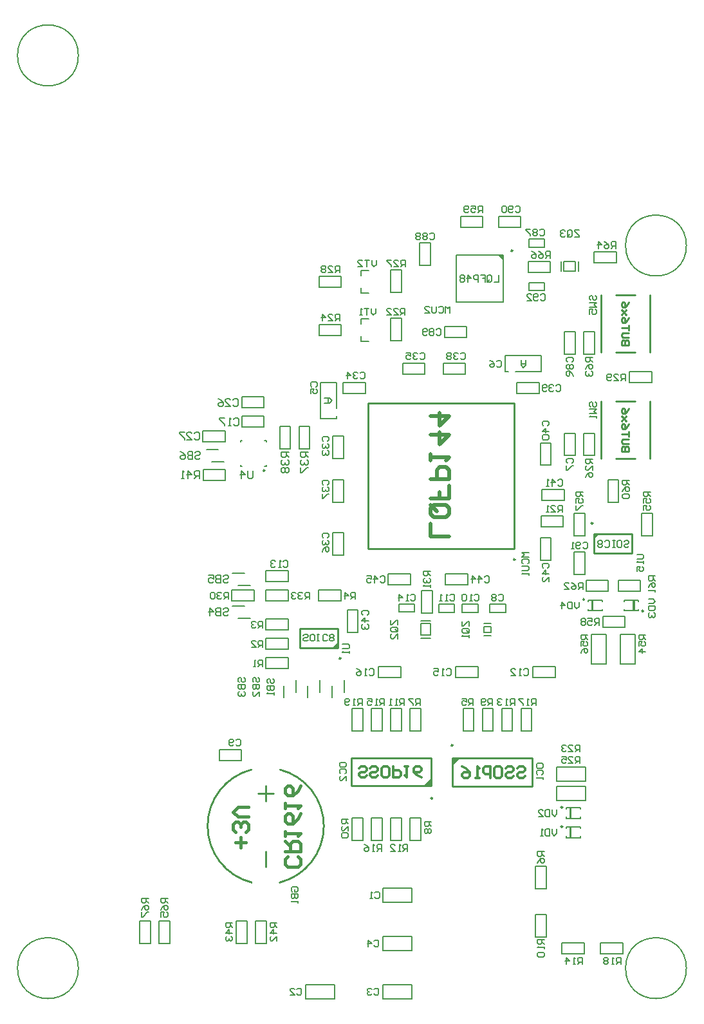
<source format=gbr>
%TF.GenerationSoftware,Altium Limited,Altium Designer,21.2.1 (34)*%
G04 Layer_Color=26472*
%FSLAX25Y25*%
%MOIN*%
%TF.SameCoordinates,3D92BD4A-1653-4209-B07E-4AD3ED082CDC*%
%TF.FilePolarity,Positive*%
%TF.FileFunction,Legend,Bot*%
%TF.Part,Single*%
G01*
G75*
%TA.AperFunction,NonConductor*%
%ADD70C,0.00787*%
%ADD71C,0.00984*%
%ADD72C,0.01000*%
%ADD73C,0.00600*%
%ADD74C,0.00591*%
%ADD75C,0.00800*%
%ADD76C,0.00799*%
%ADD77C,0.00709*%
%ADD78C,0.01968*%
%ADD79C,0.01181*%
%ADD80C,0.01575*%
G36*
X218169Y113996D02*
X214217Y113996D01*
X218169Y117949D01*
X218169Y113996D01*
D02*
G37*
G36*
X229331Y128504D02*
X233283Y128504D01*
X229331Y124551D01*
X229331Y128504D01*
D02*
G37*
G36*
X169843Y185600D02*
X167100Y185600D01*
X169843Y188342D01*
X169843Y185600D01*
D02*
G37*
G36*
X302658Y244400D02*
X305400Y244400D01*
X302658Y241657D01*
X302658Y244400D01*
D02*
G37*
G36*
X255571Y388878D02*
X255571Y386169D01*
X252861Y388878D01*
X255571Y388878D01*
D02*
G37*
D70*
X350394Y393701D02*
G03*
X350394Y393701I-15748J0D01*
G01*
X350394Y19685D02*
G03*
X350394Y19685I-15748J0D01*
G01*
X35433Y492126D02*
G03*
X35433Y492126I-15748J0D01*
G01*
Y19685D02*
G03*
X35433Y19685I-15748J0D01*
G01*
X131969Y279409D02*
X132756D01*
Y280197D01*
Y292008D02*
Y292795D01*
X131969D02*
X132756D01*
X119370D02*
X120157D01*
X119370Y292008D02*
Y292795D01*
Y279409D02*
X120157D01*
X119370D02*
Y280197D01*
X294500Y380500D02*
Y385500D01*
X287000D02*
X293000D01*
Y380500D02*
Y385500D01*
X287000Y380500D02*
X293000D01*
X287000D02*
Y385500D01*
X285500Y380500D02*
Y385500D01*
X213000Y190500D02*
X218000D01*
Y192000D02*
Y198000D01*
X213000Y192000D02*
X218000D01*
X213000D02*
Y198000D01*
X218000D01*
X213000Y199500D02*
X218000D01*
X301300Y177200D02*
X308700D01*
X301300D02*
Y192300D01*
X308700D01*
Y177200D02*
Y192300D01*
X316300Y177200D02*
X323700D01*
X316300D02*
Y192300D01*
X323700D01*
Y177200D02*
Y192300D01*
X283200Y106300D02*
X298300D01*
Y113700D01*
X283200D02*
X298300D01*
X283200Y106300D02*
Y113700D01*
Y116300D02*
X298300D01*
Y123700D01*
X283200D02*
X298300D01*
X283200Y116300D02*
Y123700D01*
X193200Y28800D02*
Y36200D01*
X208300D01*
Y28800D02*
Y36200D01*
X193200Y28800D02*
X208300D01*
X193200Y3800D02*
Y11200D01*
X208300D01*
Y3800D02*
Y11200D01*
X193200Y3800D02*
X208300D01*
X153200D02*
Y11200D01*
X168300D01*
Y3800D02*
Y11200D01*
X153200Y3800D02*
X168300D01*
X193200Y53800D02*
Y61200D01*
X208300D01*
Y53800D02*
Y61200D01*
X193200Y53800D02*
X208300D01*
X264700Y334500D02*
Y331876D01*
X266012Y330564D01*
X267324Y331876D01*
Y334500D01*
Y332532D01*
X264700D01*
X163000Y312200D02*
X165624D01*
X166936Y313512D01*
X165624Y314824D01*
X163000D01*
X164968D01*
Y312200D01*
X110624Y222312D02*
X111280Y222968D01*
X112592D01*
X113248Y222312D01*
Y221656D01*
X112592Y221000D01*
X111280D01*
X110624Y220344D01*
Y219688D01*
X111280Y219032D01*
X112592D01*
X113248Y219688D01*
X109312Y222968D02*
Y219032D01*
X107344D01*
X106688Y219688D01*
Y220344D01*
X107344Y221000D01*
X109312D01*
X107344D01*
X106688Y221656D01*
Y222312D01*
X107344Y222968D01*
X109312D01*
X102752D02*
X105376D01*
Y221000D01*
X104064Y221656D01*
X103408D01*
X102752Y221000D01*
Y219688D01*
X103408Y219032D01*
X104720D01*
X105376Y219688D01*
X110624Y205312D02*
X111280Y205968D01*
X112592D01*
X113248Y205312D01*
Y204656D01*
X112592Y204000D01*
X111280D01*
X110624Y203344D01*
Y202688D01*
X111280Y202032D01*
X112592D01*
X113248Y202688D01*
X109312Y205968D02*
Y202032D01*
X107344D01*
X106688Y202688D01*
Y203344D01*
X107344Y204000D01*
X109312D01*
X107344D01*
X106688Y204656D01*
Y205312D01*
X107344Y205968D01*
X109312D01*
X103408Y202032D02*
Y205968D01*
X105376Y204000D01*
X102752D01*
X125780Y276968D02*
Y273688D01*
X125124Y273032D01*
X123812D01*
X123156Y273688D01*
Y276968D01*
X119876Y273032D02*
Y276968D01*
X121844Y275000D01*
X119220D01*
X95966Y286312D02*
X96622Y286968D01*
X97934D01*
X98590Y286312D01*
Y285656D01*
X97934Y285000D01*
X96622D01*
X95966Y284344D01*
Y283688D01*
X96622Y283032D01*
X97934D01*
X98590Y283688D01*
X94654Y286968D02*
Y283032D01*
X92687D01*
X92031Y283688D01*
Y284344D01*
X92687Y285000D01*
X94654D01*
X92687D01*
X92031Y285656D01*
Y286312D01*
X92687Y286968D01*
X94654D01*
X88095D02*
X89407Y286312D01*
X90719Y285000D01*
Y283688D01*
X90063Y283032D01*
X88751D01*
X88095Y283688D01*
Y284344D01*
X88751Y285000D01*
X90719D01*
X98092Y273032D02*
Y276968D01*
X96124D01*
X95468Y276312D01*
Y275000D01*
X96124Y274344D01*
X98092D01*
X96780D02*
X95468Y273032D01*
X92188D02*
Y276968D01*
X94156Y275000D01*
X91532D01*
X90220Y273032D02*
X88908D01*
X89564D01*
Y276968D01*
X90220Y276312D01*
X144468Y286748D02*
X140532D01*
Y284780D01*
X141188Y284124D01*
X142500D01*
X143156Y284780D01*
Y286748D01*
Y285436D02*
X144468Y284124D01*
X141188Y282812D02*
X140532Y282156D01*
Y280844D01*
X141188Y280188D01*
X141844D01*
X142500Y280844D01*
Y281500D01*
Y280844D01*
X143156Y280188D01*
X143812D01*
X144468Y280844D01*
Y282156D01*
X143812Y282812D01*
X141188Y278876D02*
X140532Y278220D01*
Y276908D01*
X141188Y276252D01*
X141844D01*
X142500Y276908D01*
X143156Y276252D01*
X143812D01*
X144468Y276908D01*
Y278220D01*
X143812Y278876D01*
X143156D01*
X142500Y278220D01*
X141844Y278876D01*
X141188D01*
X142500Y278220D02*
Y276908D01*
X154468Y286748D02*
X150532D01*
Y284780D01*
X151188Y284124D01*
X152500D01*
X153156Y284780D01*
Y286748D01*
Y285436D02*
X154468Y284124D01*
X151188Y282812D02*
X150532Y282156D01*
Y280844D01*
X151188Y280188D01*
X151844D01*
X152500Y280844D01*
Y281500D01*
Y280844D01*
X153156Y280188D01*
X153812D01*
X154468Y280844D01*
Y282156D01*
X153812Y282812D01*
X150532Y278876D02*
Y276252D01*
X151188D01*
X153812Y278876D01*
X154468D01*
X95624Y296312D02*
X96280Y296968D01*
X97592D01*
X98248Y296312D01*
Y293688D01*
X97592Y293032D01*
X96280D01*
X95624Y293688D01*
X91688Y293032D02*
X94312D01*
X91688Y295656D01*
Y296312D01*
X92344Y296968D01*
X93656D01*
X94312Y296312D01*
X90376Y296968D02*
X87752D01*
Y296312D01*
X90376Y293688D01*
Y293032D01*
X115624Y313812D02*
X116280Y314468D01*
X117592D01*
X118248Y313812D01*
Y311188D01*
X117592Y310532D01*
X116280D01*
X115624Y311188D01*
X111688Y310532D02*
X114312D01*
X111688Y313156D01*
Y313812D01*
X112344Y314468D01*
X113656D01*
X114312Y313812D01*
X107752Y314468D02*
X109064Y313812D01*
X110376Y312500D01*
Y311188D01*
X109720Y310532D01*
X108408D01*
X107752Y311188D01*
Y311844D01*
X108408Y312500D01*
X110376D01*
X115796Y303812D02*
X116452Y304468D01*
X117764D01*
X118420Y303812D01*
Y301188D01*
X117764Y300532D01*
X116452D01*
X115796Y301188D01*
X114484Y300532D02*
X113172D01*
X113828D01*
Y304468D01*
X114484Y303812D01*
X111204Y304468D02*
X108580D01*
Y303812D01*
X111204Y301188D01*
Y300532D01*
D71*
X131968Y277244D02*
G03*
X131968Y277244I-394J0D01*
G01*
X297594Y210500D02*
G03*
X297594Y210500I-394J0D01*
G01*
X328194Y204500D02*
G03*
X328194Y204500I-394J0D01*
G01*
X286255Y103000D02*
G03*
X286255Y103000I-394J0D01*
G01*
Y93000D02*
G03*
X286255Y93000I-394J0D01*
G01*
X301894Y250000D02*
G03*
X301894Y250000I-394J0D01*
G01*
X261650Y231142D02*
G03*
X261650Y231142I-394J0D01*
G01*
X171394Y180000D02*
G03*
X171394Y180000I-394J0D01*
G01*
X218894Y107530D02*
G03*
X218894Y107530I-394J0D01*
G01*
X229394Y134970D02*
G03*
X229394Y134970I-394J0D01*
G01*
X260394Y391000D02*
G03*
X260394Y391000I-394J0D01*
G01*
X320652Y287035D02*
X316717D01*
Y289003D01*
X317372Y289659D01*
X318028D01*
X318684Y289003D01*
Y287035D01*
Y289003D01*
X319340Y289659D01*
X319996D01*
X320652Y289003D01*
Y287035D01*
Y290971D02*
X317372D01*
X316717Y291627D01*
Y292939D01*
X317372Y293595D01*
X320652D01*
Y294907D02*
Y297531D01*
Y296219D01*
X316717D01*
X320652Y301466D02*
X319996Y300155D01*
X318684Y298843D01*
X317372D01*
X316717Y299499D01*
Y300811D01*
X317372Y301466D01*
X318028D01*
X318684Y300811D01*
Y298843D01*
X319340Y302778D02*
X316717Y305402D01*
X318028Y304090D01*
X319340Y305402D01*
X316717Y302778D01*
X320652Y309338D02*
X319996Y308026D01*
X318684Y306714D01*
X317372D01*
X316717Y307370D01*
Y308682D01*
X317372Y309338D01*
X318028D01*
X318684Y308682D01*
Y306714D01*
X320652Y342035D02*
X316717D01*
Y344003D01*
X317372Y344659D01*
X318028D01*
X318684Y344003D01*
Y342035D01*
Y344003D01*
X319340Y344659D01*
X319996D01*
X320652Y344003D01*
Y342035D01*
Y345971D02*
X317372D01*
X316717Y346627D01*
Y347939D01*
X317372Y348595D01*
X320652D01*
Y349907D02*
Y352531D01*
Y351219D01*
X316717D01*
X320652Y356467D02*
X319996Y355155D01*
X318684Y353843D01*
X317372D01*
X316717Y354499D01*
Y355810D01*
X317372Y356467D01*
X318028D01*
X318684Y355810D01*
Y353843D01*
X319340Y357778D02*
X316717Y360402D01*
X318028Y359090D01*
X319340Y360402D01*
X316717Y357778D01*
X320652Y364338D02*
X319996Y363026D01*
X318684Y361714D01*
X317372D01*
X316717Y362370D01*
Y363682D01*
X317372Y364338D01*
X318028D01*
X318684Y363682D01*
Y361714D01*
D72*
X125199Y122453D02*
G03*
X125199Y64043I7301J-29205D01*
G01*
X139801D02*
G03*
X139801Y122453I-7301J29205D01*
G01*
X331654Y283504D02*
Y313031D01*
X313937D02*
X323780D01*
X306063Y283504D02*
Y313031D01*
X313937Y283504D02*
X323780D01*
X322343Y234400D02*
Y244400D01*
X302657Y234400D02*
Y244400D01*
Y234400D02*
X322343D01*
X302657Y244400D02*
X322343D01*
X302657Y243000D02*
Y243057D01*
Y241000D02*
Y242057D01*
X185512Y236654D02*
X261102D01*
X185512Y312244D02*
X261102D01*
Y236654D02*
Y312244D01*
X185512Y236654D02*
Y312244D01*
X150157Y185600D02*
Y195600D01*
X169843Y185600D02*
Y195600D01*
X150157D02*
X169843D01*
X150157Y185600D02*
X169843D01*
Y186943D02*
Y187000D01*
Y187943D02*
Y189000D01*
X331654Y338504D02*
Y368031D01*
X313937D02*
X323780D01*
X306063Y338504D02*
Y368031D01*
X313937Y338504D02*
X323780D01*
X176831Y113996D02*
Y128563D01*
X218169Y113996D02*
Y128563D01*
X176831D02*
X218169D01*
X176831Y113996D02*
X218169D01*
X229331Y128504D02*
X270669D01*
X229331Y113937D02*
X270669D01*
X229331D02*
Y128504D01*
X270669Y113937D02*
Y128504D01*
X128500Y110248D02*
X136500D01*
X132500Y72248D02*
Y80248D01*
Y106248D02*
Y114248D01*
D73*
X118075Y217850D02*
X124374D01*
X115319Y224150D02*
X121618D01*
X118075Y200850D02*
X124374D01*
X115319Y207150D02*
X121618D01*
X101713Y288150D02*
X108012D01*
X104469Y281850D02*
X110768D01*
X181909Y380906D02*
X185846D01*
X181909Y378056D02*
Y380906D01*
Y369094D02*
X185846D01*
X181909D02*
Y371944D01*
X181909Y355905D02*
X185846D01*
X181909Y353056D02*
Y355905D01*
Y344094D02*
X185846D01*
X181909D02*
Y346944D01*
X148150Y162382D02*
Y168681D01*
X141850Y159626D02*
Y165925D01*
X154350Y159626D02*
Y165925D01*
X160650Y162382D02*
Y168681D01*
X173150Y162382D02*
Y168681D01*
X166850Y159626D02*
Y165925D01*
D74*
X100039Y277800D02*
X111594D01*
X100039Y272200D02*
Y277800D01*
Y272200D02*
X111594D01*
Y277800D01*
X145300Y288406D02*
Y299961D01*
X139700D02*
X145300D01*
X139700Y288406D02*
Y299961D01*
Y288406D02*
X145300D01*
X155300D02*
Y299961D01*
X149700D02*
X155300D01*
X149700Y288406D02*
Y299961D01*
Y288406D02*
X155300D01*
X100000Y292200D02*
Y297800D01*
X111555D01*
Y292200D02*
Y297800D01*
X100000Y292200D02*
X111555D01*
X131594Y309700D02*
Y315300D01*
X120039Y309700D02*
X131594D01*
X120039D02*
Y315300D01*
X131594D01*
Y299700D02*
Y305300D01*
X120039Y299700D02*
X131594D01*
X120039D02*
Y305300D01*
X131594D01*
X144094Y219700D02*
Y225300D01*
X132539Y219700D02*
X144094D01*
X132539D02*
Y225300D01*
X144094D01*
X72799Y32510D02*
Y44065D01*
X67199D02*
X72799D01*
X67199Y32510D02*
Y44065D01*
Y32510D02*
X72799D01*
X268406Y379700D02*
Y385300D01*
X279961D01*
Y379700D02*
Y385300D01*
X268406Y379700D02*
X279961D01*
X82801Y32510D02*
Y44065D01*
X77201D02*
X82801D01*
X77201Y32510D02*
Y44065D01*
Y32510D02*
X82801D01*
X314095Y384700D02*
Y390300D01*
X302539Y384700D02*
X314095D01*
X302539D02*
Y390300D01*
X314095D01*
X297201Y337510D02*
X302801D01*
X297201D02*
Y349065D01*
X302801D01*
Y337510D02*
Y349065D01*
X298406Y214700D02*
X309961D01*
Y220300D01*
X298406D02*
X309961D01*
X298406Y214700D02*
Y220300D01*
X315039D02*
X326594D01*
X315039Y214700D02*
Y220300D01*
Y214700D02*
X326594D01*
Y220300D01*
X309699Y260935D02*
Y272490D01*
Y260935D02*
X315299D01*
Y272490D01*
X309699D02*
X315299D01*
X233406Y403200D02*
X244961D01*
Y408800D01*
X233406D02*
X244961D01*
X233406Y403200D02*
Y408800D01*
X307039Y201800D02*
X318594D01*
X307039Y196200D02*
Y201800D01*
Y196200D02*
X318594D01*
Y201800D01*
X292199Y243435D02*
Y254990D01*
Y243435D02*
X297799D01*
Y254990D01*
X292199D02*
X297799D01*
X327199Y243435D02*
Y254990D01*
Y243435D02*
X332799D01*
Y254990D01*
X327199D02*
X332799D01*
X122799Y32510D02*
Y44065D01*
X117199D02*
X122799D01*
X117199Y32510D02*
Y44065D01*
Y32510D02*
X122799D01*
X132799D02*
Y44065D01*
X127199D02*
X132799D01*
X127199Y32510D02*
Y44065D01*
Y32510D02*
X132799D01*
X320906Y322700D02*
Y328300D01*
X332461D01*
Y322700D02*
Y328300D01*
X320906Y322700D02*
X332461D01*
X144094Y209700D02*
Y215300D01*
X132539Y209700D02*
X144094D01*
X132539D02*
Y215300D01*
X144094D01*
X213200Y215094D02*
X218800D01*
Y203539D02*
Y215094D01*
X213200Y203539D02*
X218800D01*
X213200D02*
Y215094D01*
X115000Y209700D02*
Y215300D01*
X126555D01*
Y209700D02*
Y215300D01*
X115000Y209700D02*
X126555D01*
X171594Y372200D02*
Y377800D01*
X160039Y372200D02*
X171594D01*
X160039D02*
Y377800D01*
X171594D01*
X197200Y369406D02*
X202800D01*
X197200D02*
Y380961D01*
X202800D01*
Y369406D02*
Y380961D01*
X171594Y347200D02*
Y352800D01*
X160039Y347200D02*
X171594D01*
X160039D02*
Y352800D01*
X171594D01*
X197200Y344406D02*
X202800D01*
X197200D02*
Y355961D01*
X202800D01*
Y344406D02*
Y355961D01*
X302800Y285000D02*
Y296555D01*
X297200D02*
X302800D01*
X297200Y285000D02*
Y296555D01*
Y285000D02*
X302800D01*
X286594Y248200D02*
Y253800D01*
X275039Y248200D02*
X286594D01*
X275039D02*
Y253800D01*
X286594D01*
X177199Y97490D02*
X182799D01*
Y85935D02*
Y97490D01*
X177199Y85935D02*
X182799D01*
X177199D02*
Y97490D01*
X177200Y154095D02*
X182800D01*
Y142539D02*
Y154095D01*
X177200Y142539D02*
X182800D01*
X177200D02*
Y154095D01*
X317500Y27200D02*
Y32800D01*
X305945Y27200D02*
X317500D01*
X305945D02*
Y32800D01*
X317500D01*
X264700Y154094D02*
X270300D01*
Y142539D02*
Y154094D01*
X264700Y142539D02*
X270300D01*
X264700D02*
Y154094D01*
X187199Y97490D02*
X192799D01*
Y85935D02*
Y97490D01*
X187199Y85935D02*
X192799D01*
X187199D02*
Y97490D01*
X187200Y154095D02*
X192800D01*
Y142539D02*
Y154095D01*
X187200Y142539D02*
X192800D01*
X187200D02*
Y154095D01*
X297490Y27201D02*
Y32801D01*
X285935Y27201D02*
X297490D01*
X285935D02*
Y32801D01*
X297490D01*
X254700Y154094D02*
X260300D01*
Y142539D02*
Y154094D01*
X254700Y142539D02*
X260300D01*
X254700D02*
Y154094D01*
X197199Y97490D02*
X202799D01*
Y85935D02*
Y97490D01*
X197199Y85935D02*
X202799D01*
X197199D02*
Y97490D01*
X197200Y154095D02*
X202800D01*
Y142539D02*
Y154095D01*
X197200Y142539D02*
X202800D01*
X197200D02*
Y154095D01*
X272199Y47490D02*
X277799D01*
Y35935D02*
Y47490D01*
X272199Y35935D02*
X277799D01*
X272199D02*
Y47490D01*
X244700Y154094D02*
X250300D01*
Y142539D02*
Y154094D01*
X244700Y142539D02*
X250300D01*
X244700D02*
Y154094D01*
X207200Y97500D02*
X212800D01*
Y85945D02*
Y97500D01*
X207200Y85945D02*
X212800D01*
X207200D02*
Y97500D01*
Y154095D02*
X212800D01*
Y142539D02*
Y154095D01*
X207200Y142539D02*
X212800D01*
X207200D02*
Y154095D01*
X272199Y72490D02*
X277799D01*
Y60935D02*
Y72490D01*
X272199Y60935D02*
X277799D01*
X272199D02*
Y72490D01*
X234700Y154094D02*
X240300D01*
Y142539D02*
Y154094D01*
X234700Y142539D02*
X240300D01*
X234700D02*
Y154094D01*
X160000Y209700D02*
X171555D01*
Y215300D01*
X160000D02*
X171555D01*
X160000Y209700D02*
Y215300D01*
X132539Y200300D02*
X144094D01*
X132539Y194700D02*
Y200300D01*
Y194700D02*
X144094D01*
Y200300D01*
Y184700D02*
Y190300D01*
X132539Y184700D02*
X144094D01*
X132539D02*
Y190300D01*
X144094D01*
Y174700D02*
Y180300D01*
X132539Y174700D02*
X144094D01*
X132539D02*
Y180300D01*
X144094D01*
X268800Y374600D02*
X276900D01*
X268800Y370400D02*
Y374600D01*
Y370400D02*
X276900D01*
Y374600D01*
X292200Y223406D02*
X297800D01*
X292200D02*
Y234961D01*
X297800D01*
Y223406D02*
Y234961D01*
X264594Y403200D02*
Y408800D01*
X253039Y403200D02*
X264594D01*
X253039D02*
Y408800D01*
X264594D01*
X236594Y346200D02*
Y351800D01*
X225039Y346200D02*
X236594D01*
X225039D02*
Y351800D01*
X236594D01*
X212200Y383406D02*
X217800D01*
X212200D02*
Y394961D01*
X217800D01*
Y383406D02*
Y394961D01*
X268800Y397100D02*
X276900D01*
X268800Y392900D02*
Y397100D01*
Y392900D02*
X276900D01*
Y397100D01*
X287200Y349094D02*
X292800D01*
Y337539D02*
Y349094D01*
X287200Y337539D02*
X292800D01*
X287200D02*
Y349094D01*
X190945Y175800D02*
X202500D01*
X190945Y170200D02*
Y175800D01*
Y170200D02*
X202500D01*
Y175800D01*
X195906Y218200D02*
Y223800D01*
X207461D01*
Y218200D02*
Y223800D01*
X195906Y218200D02*
X207461D01*
X237094D02*
Y223800D01*
X225539Y218200D02*
X237094D01*
X225539D02*
Y223800D01*
X237094D01*
X174700Y193406D02*
X180300D01*
X174700D02*
Y204961D01*
X180300D01*
Y193406D02*
Y204961D01*
X274700Y230906D02*
X280300D01*
X274700D02*
Y242461D01*
X280300D01*
Y230906D02*
Y242461D01*
X287094Y261700D02*
Y267300D01*
X275539Y261700D02*
X287094D01*
X275539D02*
Y267300D01*
X287094D01*
X274700Y291594D02*
X280300D01*
Y280039D02*
Y291594D01*
X274700Y280039D02*
X280300D01*
X274700D02*
Y291594D01*
X274094Y317200D02*
Y322800D01*
X262539Y317200D02*
X274094D01*
X262539D02*
Y322800D01*
X274094D01*
X224406Y327200D02*
Y332800D01*
X235961D01*
Y327200D02*
Y332800D01*
X224406Y327200D02*
X235961D01*
X167200Y260906D02*
X172800D01*
X167200D02*
Y272461D01*
X172800D01*
Y260906D02*
Y272461D01*
X167200Y233406D02*
X172800D01*
X167200D02*
Y244961D01*
X172800D01*
Y233406D02*
Y244961D01*
X203406Y327200D02*
Y332800D01*
X214961D01*
Y327200D02*
Y332800D01*
X203406Y327200D02*
X214961D01*
X172500Y317200D02*
Y322800D01*
X184055D01*
Y317200D02*
Y322800D01*
X172500Y317200D02*
X184055D01*
X167200Y283406D02*
X172800D01*
X167200D02*
Y294961D01*
X172800D01*
Y283406D02*
Y294961D01*
X230945Y175800D02*
X242500D01*
X230945Y170200D02*
Y175800D01*
Y170200D02*
X242500D01*
Y175800D01*
X270945D02*
X282500D01*
X270945Y170200D02*
Y175800D01*
Y170200D02*
X282500D01*
Y175800D01*
X201556Y208242D02*
X209656D01*
X201556Y204042D02*
Y208242D01*
Y204042D02*
X209656D01*
Y208242D01*
X222100Y203900D02*
Y208100D01*
X230200D01*
Y203900D02*
Y208100D01*
X222100Y203900D02*
X230200D01*
X234300Y208100D02*
X242400D01*
X234300Y203900D02*
Y208100D01*
Y203900D02*
X242400D01*
Y208100D01*
X120000Y127200D02*
Y132800D01*
X108445Y127200D02*
X120000D01*
X108445D02*
Y132800D01*
X120000D01*
X248600Y203900D02*
X256700D01*
Y208100D01*
X248600D02*
X256700D01*
X248600Y203900D02*
Y208100D01*
X287200Y285039D02*
Y296594D01*
Y285039D02*
X292800D01*
Y296594D01*
X287200D02*
X292800D01*
D75*
X245650Y198150D02*
X249193D01*
X245650Y191850D02*
X249193D01*
Y193425D02*
Y196575D01*
X245650D02*
X249193D01*
X245650Y193425D02*
X249193D01*
X245650D02*
Y196575D01*
D76*
X299626Y204744D02*
Y205526D01*
X306713Y204744D02*
Y205526D01*
X299626Y209474D02*
Y210256D01*
X306713Y209474D02*
Y210256D01*
X299626Y204744D02*
X306713D01*
X299626Y210256D02*
X306713D01*
X301594Y204744D02*
Y210256D01*
X301988Y204744D02*
Y210256D01*
X325374Y209474D02*
Y210256D01*
X318287Y209474D02*
Y210256D01*
X325374Y204744D02*
Y205526D01*
X318287Y204744D02*
Y205526D01*
Y210256D02*
X325374D01*
X318287Y204744D02*
X325374D01*
X323406D02*
Y210256D01*
X323012Y204744D02*
Y210256D01*
X290650Y97244D02*
Y102756D01*
X290256Y97244D02*
Y102756D01*
X288287D02*
X295374D01*
X288287Y97244D02*
X295374D01*
Y101974D02*
Y102756D01*
X288287Y101974D02*
Y102756D01*
X295374Y97244D02*
Y98026D01*
X288287Y97244D02*
Y98026D01*
Y87244D02*
Y88026D01*
X295374Y87244D02*
Y88026D01*
X288287Y91974D02*
Y92756D01*
X295374Y91974D02*
Y92756D01*
X288287Y87244D02*
X295374D01*
X288287Y92756D02*
X295374D01*
X290256Y87244D02*
Y92756D01*
X290650Y87244D02*
Y92756D01*
X231161Y364469D02*
X255571D01*
X231161Y388878D02*
X255571D01*
X231161Y364469D02*
Y388878D01*
X255571Y364469D02*
Y388878D01*
X275354Y328366D02*
Y329941D01*
Y336634D01*
X256457D02*
X275354D01*
X256457Y328366D02*
Y336634D01*
Y328366D02*
X258031D01*
X261968D02*
X275354D01*
X167559Y322854D02*
X169134D01*
X160866D02*
X167559D01*
X160866Y303957D02*
Y322854D01*
Y303957D02*
X169134D01*
Y305532D01*
Y309469D02*
Y322854D01*
D77*
X253157Y378424D02*
Y374882D01*
X250796D01*
X247254Y375472D02*
Y377834D01*
X247844Y378424D01*
X249025D01*
X249615Y377834D01*
Y375472D01*
X249025Y374882D01*
X247844D01*
X248435Y376063D02*
X247254Y374882D01*
X247844D02*
X247254Y375472D01*
X243712Y378424D02*
X246073D01*
Y376653D01*
X244892D01*
X246073D01*
Y374882D01*
X242531D02*
Y378424D01*
X240760D01*
X240170Y377834D01*
Y376653D01*
X240760Y376063D01*
X242531D01*
X237218Y374882D02*
Y378424D01*
X238989Y376653D01*
X236627D01*
X235447Y377834D02*
X234856Y378424D01*
X233676D01*
X233085Y377834D01*
Y377243D01*
X233676Y376653D01*
X233085Y376063D01*
Y375472D01*
X233676Y374882D01*
X234856D01*
X235447Y375472D01*
Y376063D01*
X234856Y376653D01*
X235447Y377243D01*
Y377834D01*
X234856Y376653D02*
X233676D01*
X318139Y240452D02*
X318729Y241042D01*
X319910D01*
X320500Y240452D01*
Y239861D01*
X319910Y239271D01*
X318729D01*
X318139Y238681D01*
Y238090D01*
X318729Y237500D01*
X319910D01*
X320500Y238090D01*
X315187Y241042D02*
X316368D01*
X316958Y240452D01*
Y238090D01*
X316368Y237500D01*
X315187D01*
X314596Y238090D01*
Y240452D01*
X315187Y241042D01*
X313416D02*
X312235D01*
X312825D01*
Y237500D01*
X313416D01*
X312235D01*
X308102Y240452D02*
X308693Y241042D01*
X309874D01*
X310464Y240452D01*
Y238090D01*
X309874Y237500D01*
X308693D01*
X308102Y238090D01*
X306922Y240452D02*
X306331Y241042D01*
X305151D01*
X304560Y240452D01*
Y239861D01*
X305151Y239271D01*
X304560Y238681D01*
Y238090D01*
X305151Y237500D01*
X306331D01*
X306922Y238090D01*
Y238681D01*
X306331Y239271D01*
X306922Y239861D01*
Y240452D01*
X306331Y239271D02*
X305151D01*
X154361Y189548D02*
X153771Y188958D01*
X152590D01*
X152000Y189548D01*
Y190139D01*
X152590Y190729D01*
X153771D01*
X154361Y191319D01*
Y191910D01*
X153771Y192500D01*
X152590D01*
X152000Y191910D01*
X157313Y188958D02*
X156132D01*
X155542Y189548D01*
Y191910D01*
X156132Y192500D01*
X157313D01*
X157904Y191910D01*
Y189548D01*
X157313Y188958D01*
X159084D02*
X160265D01*
X159675D01*
Y192500D01*
X159084D01*
X160265D01*
X164398Y189548D02*
X163807Y188958D01*
X162627D01*
X162036Y189548D01*
Y191910D01*
X162627Y192500D01*
X163807D01*
X164398Y191910D01*
X165578Y189548D02*
X166169Y188958D01*
X167349D01*
X167940Y189548D01*
Y190139D01*
X167349Y190729D01*
X167940Y191319D01*
Y191910D01*
X167349Y192500D01*
X166169D01*
X165578Y191910D01*
Y191319D01*
X166169Y190729D01*
X165578Y190139D01*
Y189548D01*
X166169Y190729D02*
X167349D01*
X141566Y230181D02*
X142157Y230771D01*
X143337D01*
X143928Y230181D01*
Y227819D01*
X143337Y227229D01*
X142157D01*
X141566Y227819D01*
X140385Y227229D02*
X139205D01*
X139795D01*
Y230771D01*
X140385Y230181D01*
X137434D02*
X136843Y230771D01*
X135663D01*
X135072Y230181D01*
Y229590D01*
X135663Y229000D01*
X136253D01*
X135663D01*
X135072Y228410D01*
Y227819D01*
X135663Y227229D01*
X136843D01*
X137434Y227819D01*
X294723Y401771D02*
X292361D01*
Y401181D01*
X294723Y398819D01*
Y398229D01*
X292361D01*
X288819Y398819D02*
Y401181D01*
X289410Y401771D01*
X290590D01*
X291181Y401181D01*
Y398819D01*
X290590Y398229D01*
X289410D01*
X290000Y399410D02*
X288819Y398229D01*
X289410D02*
X288819Y398819D01*
X287639Y401181D02*
X287048Y401771D01*
X285868D01*
X285277Y401181D01*
Y400590D01*
X285868Y400000D01*
X286458D01*
X285868D01*
X285277Y399410D01*
Y398819D01*
X285868Y398229D01*
X287048D01*
X287639Y398819D01*
X197229Y199723D02*
Y197361D01*
X197819D01*
X200181Y199723D01*
X200771D01*
Y197361D01*
X200181Y193819D02*
X197819D01*
X197229Y194410D01*
Y195590D01*
X197819Y196181D01*
X200181D01*
X200771Y195590D01*
Y194410D01*
X199590Y195000D02*
X200771Y193819D01*
Y194410D02*
X200181Y193819D01*
X200771Y190277D02*
Y192639D01*
X198410Y190277D01*
X197819D01*
X197229Y190867D01*
Y192048D01*
X197819Y192639D01*
X234229Y199133D02*
Y196771D01*
X234819D01*
X237181Y199133D01*
X237771D01*
Y196771D01*
X237181Y193229D02*
X234819D01*
X234229Y193819D01*
Y195000D01*
X234819Y195590D01*
X237181D01*
X237771Y195000D01*
Y193819D01*
X236590Y194410D02*
X237771Y193229D01*
Y193819D02*
X237181Y193229D01*
X237771Y192048D02*
Y190867D01*
Y191458D01*
X234229D01*
X234819Y192048D01*
X189723Y386271D02*
Y383910D01*
X188542Y382729D01*
X187361Y383910D01*
Y386271D01*
X186181D02*
X183819D01*
X185000D01*
Y382729D01*
X180277D02*
X182639D01*
X180277Y385090D01*
Y385681D01*
X180868Y386271D01*
X182048D01*
X182639Y385681D01*
X189528Y361272D02*
Y358910D01*
X188347Y357730D01*
X187167Y358910D01*
Y361272D01*
X185986D02*
X183624D01*
X184805D01*
Y357730D01*
X182444D02*
X181263D01*
X181853D01*
Y361272D01*
X182444Y360681D01*
X294723Y209271D02*
Y206910D01*
X293542Y205729D01*
X292361Y206910D01*
Y209271D01*
X291181D02*
Y205729D01*
X289410D01*
X288819Y206319D01*
Y208681D01*
X289410Y209271D01*
X291181D01*
X285868Y205729D02*
Y209271D01*
X287639Y207500D01*
X285277D01*
X330729Y210723D02*
X333090D01*
X334271Y209542D01*
X333090Y208361D01*
X330729D01*
Y207181D02*
X334271D01*
Y205410D01*
X333681Y204819D01*
X331319D01*
X330729Y205410D01*
Y207181D01*
X331319Y203639D02*
X330729Y203048D01*
Y201868D01*
X331319Y201277D01*
X331910D01*
X332500Y201868D01*
Y202458D01*
Y201868D01*
X333090Y201277D01*
X333681D01*
X334271Y201868D01*
Y203048D01*
X333681Y203639D01*
X283223Y101771D02*
Y99410D01*
X282042Y98229D01*
X280861Y99410D01*
Y101771D01*
X279681D02*
Y98229D01*
X277910D01*
X277319Y98819D01*
Y101181D01*
X277910Y101771D01*
X279681D01*
X273777Y98229D02*
X276139D01*
X273777Y100590D01*
Y101181D01*
X274367Y101771D01*
X275548D01*
X276139Y101181D01*
X283133Y91771D02*
Y89410D01*
X281952Y88229D01*
X280771Y89410D01*
Y91771D01*
X279590D02*
Y88229D01*
X277819D01*
X277229Y88819D01*
Y91181D01*
X277819Y91771D01*
X279590D01*
X276048Y88229D02*
X274868D01*
X275458D01*
Y91771D01*
X276048Y91181D01*
X324729Y233928D02*
X327681D01*
X328271Y233337D01*
Y232157D01*
X327681Y231566D01*
X324729D01*
X328271Y230385D02*
Y229205D01*
Y229795D01*
X324729D01*
X325319Y230385D01*
X324729Y225072D02*
Y227434D01*
X326500D01*
X325910Y226253D01*
Y225663D01*
X326500Y225072D01*
X327681D01*
X328271Y225663D01*
Y226843D01*
X327681Y227434D01*
X268771Y234904D02*
X265229D01*
X266410Y233723D01*
X265229Y232542D01*
X268771D01*
X265819Y229000D02*
X265229Y229590D01*
Y230771D01*
X265819Y231361D01*
X268181D01*
X268771Y230771D01*
Y229590D01*
X268181Y229000D01*
X265229Y227819D02*
X268181D01*
X268771Y227229D01*
Y226048D01*
X268181Y225458D01*
X265229D01*
X268771Y224277D02*
Y223096D01*
Y223687D01*
X265229D01*
X265819Y224277D01*
X172229Y187361D02*
X175181D01*
X175771Y186771D01*
Y185590D01*
X175181Y185000D01*
X172229D01*
X175771Y183819D02*
Y182639D01*
Y183229D01*
X172229D01*
X172819Y183819D01*
X300819Y365361D02*
X300229Y365952D01*
Y367132D01*
X300819Y367723D01*
X301410D01*
X302000Y367132D01*
Y365952D01*
X302590Y365361D01*
X303181D01*
X303771Y365952D01*
Y367132D01*
X303181Y367723D01*
X300229Y364181D02*
X303771D01*
X302590Y363000D01*
X303771Y361819D01*
X300229D01*
Y358277D02*
Y360639D01*
X302000D01*
X301410Y359458D01*
Y358868D01*
X302000Y358277D01*
X303181D01*
X303771Y358868D01*
Y360048D01*
X303181Y360639D01*
X300819Y310271D02*
X300229Y310861D01*
Y312042D01*
X300819Y312632D01*
X301410D01*
X302000Y312042D01*
Y310861D01*
X302590Y310271D01*
X303181D01*
X303771Y310861D01*
Y312042D01*
X303181Y312632D01*
X300229Y309090D02*
X303771D01*
X302590Y307910D01*
X303771Y306729D01*
X300229D01*
X303771Y305548D02*
Y304367D01*
Y304958D01*
X300229D01*
X300819Y305548D01*
X118819Y167617D02*
X118229Y168208D01*
Y169388D01*
X118819Y169979D01*
X119410D01*
X120000Y169388D01*
Y168208D01*
X120590Y167617D01*
X121181D01*
X121771Y168208D01*
Y169388D01*
X121181Y169979D01*
X118229Y166437D02*
X121771D01*
Y164665D01*
X121181Y164075D01*
X120590D01*
X120000Y164665D01*
Y166437D01*
Y164665D01*
X119410Y164075D01*
X118819D01*
X118229Y164665D01*
Y166437D01*
X118819Y162894D02*
X118229Y162304D01*
Y161123D01*
X118819Y160533D01*
X119410D01*
X120000Y161123D01*
Y161714D01*
Y161123D01*
X120590Y160533D01*
X121181D01*
X121771Y161123D01*
Y162304D01*
X121181Y162894D01*
X126319Y167617D02*
X125729Y168208D01*
Y169388D01*
X126319Y169979D01*
X126910D01*
X127500Y169388D01*
Y168208D01*
X128090Y167617D01*
X128681D01*
X129271Y168208D01*
Y169388D01*
X128681Y169979D01*
X125729Y166437D02*
X129271D01*
Y164665D01*
X128681Y164075D01*
X128090D01*
X127500Y164665D01*
Y166437D01*
Y164665D01*
X126910Y164075D01*
X126319D01*
X125729Y164665D01*
Y166437D01*
X129271Y160533D02*
Y162894D01*
X126910Y160533D01*
X126319D01*
X125729Y161123D01*
Y162304D01*
X126319Y162894D01*
X133819Y167027D02*
X133229Y167617D01*
Y168798D01*
X133819Y169388D01*
X134410D01*
X135000Y168798D01*
Y167617D01*
X135590Y167027D01*
X136181D01*
X136771Y167617D01*
Y168798D01*
X136181Y169388D01*
X133229Y165846D02*
X136771D01*
Y164075D01*
X136181Y163485D01*
X135590D01*
X135000Y164075D01*
Y165846D01*
Y164075D01*
X134410Y163485D01*
X133819D01*
X133229Y164075D01*
Y165846D01*
X136771Y162304D02*
Y161123D01*
Y161714D01*
X133229D01*
X133819Y162304D01*
X71771Y55723D02*
X68229D01*
Y53952D01*
X68819Y53361D01*
X70000D01*
X70590Y53952D01*
Y55723D01*
Y54542D02*
X71771Y53361D01*
X68229Y49819D02*
X68819Y51000D01*
X70000Y52181D01*
X71181D01*
X71771Y51590D01*
Y50410D01*
X71181Y49819D01*
X70590D01*
X70000Y50410D01*
Y52181D01*
X68229Y48639D02*
Y46277D01*
X68819D01*
X71181Y48639D01*
X71771D01*
X279723Y387229D02*
Y390771D01*
X277952D01*
X277361Y390181D01*
Y389000D01*
X277952Y388410D01*
X279723D01*
X278542D02*
X277361Y387229D01*
X273819Y390771D02*
X275000Y390181D01*
X276181Y389000D01*
Y387819D01*
X275590Y387229D01*
X274410D01*
X273819Y387819D01*
Y388410D01*
X274410Y389000D01*
X276181D01*
X270277Y390771D02*
X271458Y390181D01*
X272639Y389000D01*
Y387819D01*
X272048Y387229D01*
X270867D01*
X270277Y387819D01*
Y388410D01*
X270867Y389000D01*
X272639D01*
X81772Y55723D02*
X78230D01*
Y53952D01*
X78821Y53361D01*
X80001D01*
X80592Y53952D01*
Y55723D01*
Y54542D02*
X81772Y53361D01*
X78230Y49819D02*
X78821Y51000D01*
X80001Y52181D01*
X81182D01*
X81772Y51590D01*
Y50410D01*
X81182Y49819D01*
X80592D01*
X80001Y50410D01*
Y52181D01*
X78230Y46277D02*
Y48639D01*
X80001D01*
X79411Y47458D01*
Y46867D01*
X80001Y46277D01*
X81182D01*
X81772Y46867D01*
Y48048D01*
X81182Y48639D01*
X313723Y392229D02*
Y395771D01*
X311952D01*
X311361Y395181D01*
Y394000D01*
X311952Y393410D01*
X313723D01*
X312542D02*
X311361Y392229D01*
X307819Y395771D02*
X309000Y395181D01*
X310181Y394000D01*
Y392819D01*
X309590Y392229D01*
X308410D01*
X307819Y392819D01*
Y393410D01*
X308410Y394000D01*
X310181D01*
X304868Y392229D02*
Y395771D01*
X306639Y394000D01*
X304277D01*
X301771Y335723D02*
X298229D01*
Y333952D01*
X298819Y333361D01*
X300000D01*
X300590Y333952D01*
Y335723D01*
Y334542D02*
X301771Y333361D01*
X298229Y329819D02*
X298819Y331000D01*
X300000Y332181D01*
X301181D01*
X301771Y331590D01*
Y330410D01*
X301181Y329819D01*
X300590D01*
X300000Y330410D01*
Y332181D01*
X298819Y328639D02*
X298229Y328048D01*
Y326868D01*
X298819Y326277D01*
X299410D01*
X300000Y326868D01*
Y327458D01*
Y326868D01*
X300590Y326277D01*
X301181D01*
X301771Y326868D01*
Y328048D01*
X301181Y328639D01*
X296723Y215729D02*
Y219271D01*
X294952D01*
X294361Y218681D01*
Y217500D01*
X294952Y216910D01*
X296723D01*
X295542D02*
X294361Y215729D01*
X290819Y219271D02*
X292000Y218681D01*
X293181Y217500D01*
Y216319D01*
X292590Y215729D01*
X291410D01*
X290819Y216319D01*
Y216910D01*
X291410Y217500D01*
X293181D01*
X287277Y215729D02*
X289639D01*
X287277Y218090D01*
Y218681D01*
X287867Y219271D01*
X289048D01*
X289639Y218681D01*
X334271Y222633D02*
X330729D01*
Y220861D01*
X331319Y220271D01*
X332500D01*
X333090Y220861D01*
Y222633D01*
Y221452D02*
X334271Y220271D01*
X330729Y216729D02*
X331319Y217910D01*
X332500Y219090D01*
X333681D01*
X334271Y218500D01*
Y217319D01*
X333681Y216729D01*
X333090D01*
X332500Y217319D01*
Y219090D01*
X334271Y215548D02*
Y214368D01*
Y214958D01*
X330729D01*
X331319Y215548D01*
X320771Y272223D02*
X317229D01*
Y270452D01*
X317819Y269861D01*
X319000D01*
X319590Y270452D01*
Y272223D01*
Y271042D02*
X320771Y269861D01*
X317229Y266319D02*
X317819Y267500D01*
X319000Y268681D01*
X320181D01*
X320771Y268090D01*
Y266910D01*
X320181Y266319D01*
X319590D01*
X319000Y266910D01*
Y268681D01*
X317819Y265139D02*
X317229Y264548D01*
Y263368D01*
X317819Y262777D01*
X320181D01*
X320771Y263368D01*
Y264548D01*
X320181Y265139D01*
X317819D01*
X244723Y410729D02*
Y414271D01*
X242952D01*
X242361Y413681D01*
Y412500D01*
X242952Y411910D01*
X244723D01*
X243542D02*
X242361Y410729D01*
X238819Y414271D02*
X241181D01*
Y412500D01*
X240000Y413090D01*
X239410D01*
X238819Y412500D01*
Y411319D01*
X239410Y410729D01*
X240590D01*
X241181Y411319D01*
X237639D02*
X237048Y410729D01*
X235868D01*
X235277Y411319D01*
Y413681D01*
X235868Y414271D01*
X237048D01*
X237639Y413681D01*
Y413090D01*
X237048Y412500D01*
X235277D01*
X305223Y197229D02*
Y200771D01*
X303452D01*
X302861Y200181D01*
Y199000D01*
X303452Y198410D01*
X305223D01*
X304042D02*
X302861Y197229D01*
X299319Y200771D02*
X301681D01*
Y199000D01*
X300500Y199590D01*
X299910D01*
X299319Y199000D01*
Y197819D01*
X299910Y197229D01*
X301090D01*
X301681Y197819D01*
X298139Y200181D02*
X297548Y200771D01*
X296368D01*
X295777Y200181D01*
Y199590D01*
X296368Y199000D01*
X295777Y198410D01*
Y197819D01*
X296368Y197229D01*
X297548D01*
X298139Y197819D01*
Y198410D01*
X297548Y199000D01*
X298139Y199590D01*
Y200181D01*
X297548Y199000D02*
X296368D01*
X296771Y266223D02*
X293229D01*
Y264452D01*
X293819Y263861D01*
X295000D01*
X295590Y264452D01*
Y266223D01*
Y265042D02*
X296771Y263861D01*
X293229Y260319D02*
Y262681D01*
X295000D01*
X294410Y261500D01*
Y260910D01*
X295000Y260319D01*
X296181D01*
X296771Y260910D01*
Y262090D01*
X296181Y262681D01*
X293229Y259139D02*
Y256777D01*
X293819D01*
X296181Y259139D01*
X296771D01*
X299271Y192223D02*
X295729D01*
Y190452D01*
X296319Y189861D01*
X297500D01*
X298090Y190452D01*
Y192223D01*
Y191042D02*
X299271Y189861D01*
X295729Y186319D02*
Y188681D01*
X297500D01*
X296910Y187500D01*
Y186910D01*
X297500Y186319D01*
X298681D01*
X299271Y186910D01*
Y188090D01*
X298681Y188681D01*
X295729Y182777D02*
X296319Y183958D01*
X297500Y185139D01*
X298681D01*
X299271Y184548D01*
Y183368D01*
X298681Y182777D01*
X298090D01*
X297500Y183368D01*
Y185139D01*
X331771Y266223D02*
X328229D01*
Y264452D01*
X328819Y263861D01*
X330000D01*
X330590Y264452D01*
Y266223D01*
Y265042D02*
X331771Y263861D01*
X328229Y260319D02*
Y262681D01*
X330000D01*
X329410Y261500D01*
Y260910D01*
X330000Y260319D01*
X331181D01*
X331771Y260910D01*
Y262090D01*
X331181Y262681D01*
X328229Y256777D02*
Y259139D01*
X330000D01*
X329410Y257958D01*
Y257367D01*
X330000Y256777D01*
X331181D01*
X331771Y257367D01*
Y258548D01*
X331181Y259139D01*
X329271Y192223D02*
X325729D01*
Y190452D01*
X326319Y189861D01*
X327500D01*
X328090Y190452D01*
Y192223D01*
Y191042D02*
X329271Y189861D01*
X325729Y186319D02*
Y188681D01*
X327500D01*
X326910Y187500D01*
Y186910D01*
X327500Y186319D01*
X328681D01*
X329271Y186910D01*
Y188090D01*
X328681Y188681D01*
X329271Y183368D02*
X325729D01*
X327500Y185139D01*
Y182777D01*
X115271Y43223D02*
X111729D01*
Y41452D01*
X112319Y40861D01*
X113500D01*
X114090Y41452D01*
Y43223D01*
Y42042D02*
X115271Y40861D01*
Y37910D02*
X111729D01*
X113500Y39681D01*
Y37319D01*
X112319Y36139D02*
X111729Y35548D01*
Y34367D01*
X112319Y33777D01*
X112910D01*
X113500Y34367D01*
Y34958D01*
Y34367D01*
X114090Y33777D01*
X114681D01*
X115271Y34367D01*
Y35548D01*
X114681Y36139D01*
X138271Y43223D02*
X134729D01*
Y41452D01*
X135319Y40861D01*
X136500D01*
X137090Y41452D01*
Y43223D01*
Y42042D02*
X138271Y40861D01*
Y37910D02*
X134729D01*
X136500Y39681D01*
Y37319D01*
X138271Y33777D02*
Y36139D01*
X135910Y33777D01*
X135319D01*
X134729Y34367D01*
Y35548D01*
X135319Y36139D01*
X318723Y323729D02*
Y327271D01*
X316952D01*
X316361Y326681D01*
Y325500D01*
X316952Y324910D01*
X318723D01*
X317542D02*
X316361Y323729D01*
X312819D02*
X315181D01*
X312819Y326090D01*
Y326681D01*
X313410Y327271D01*
X314590D01*
X315181Y326681D01*
X311639Y324319D02*
X311048Y323729D01*
X309868D01*
X309277Y324319D01*
Y326681D01*
X309868Y327271D01*
X311048D01*
X311639Y326681D01*
Y326090D01*
X311048Y325500D01*
X309277D01*
X155223Y210729D02*
Y214271D01*
X153452D01*
X152861Y213681D01*
Y212500D01*
X153452Y211910D01*
X155223D01*
X154042D02*
X152861Y210729D01*
X151681Y213681D02*
X151090Y214271D01*
X149910D01*
X149319Y213681D01*
Y213090D01*
X149910Y212500D01*
X150500D01*
X149910D01*
X149319Y211910D01*
Y211319D01*
X149910Y210729D01*
X151090D01*
X151681Y211319D01*
X148139Y213681D02*
X147548Y214271D01*
X146368D01*
X145777Y213681D01*
Y213090D01*
X146368Y212500D01*
X146958D01*
X146368D01*
X145777Y211910D01*
Y211319D01*
X146368Y210729D01*
X147548D01*
X148139Y211319D01*
X217771Y225132D02*
X214229D01*
Y223361D01*
X214819Y222771D01*
X216000D01*
X216590Y223361D01*
Y225132D01*
Y223952D02*
X217771Y222771D01*
X214819Y221590D02*
X214229Y221000D01*
Y219819D01*
X214819Y219229D01*
X215410D01*
X216000Y219819D01*
Y220410D01*
Y219819D01*
X216590Y219229D01*
X217181D01*
X217771Y219819D01*
Y221000D01*
X217181Y221590D01*
X217771Y218048D02*
Y216867D01*
Y217458D01*
X214229D01*
X214819Y218048D01*
X113223Y210729D02*
Y214271D01*
X111452D01*
X110861Y213681D01*
Y212500D01*
X111452Y211910D01*
X113223D01*
X112042D02*
X110861Y210729D01*
X109681Y213681D02*
X109090Y214271D01*
X107910D01*
X107319Y213681D01*
Y213090D01*
X107910Y212500D01*
X108500D01*
X107910D01*
X107319Y211910D01*
Y211319D01*
X107910Y210729D01*
X109090D01*
X109681Y211319D01*
X106139Y213681D02*
X105548Y214271D01*
X104367D01*
X103777Y213681D01*
Y211319D01*
X104367Y210729D01*
X105548D01*
X106139Y211319D01*
Y213681D01*
X170723Y379729D02*
Y383271D01*
X168952D01*
X168361Y382681D01*
Y381500D01*
X168952Y380910D01*
X170723D01*
X169542D02*
X168361Y379729D01*
X164819D02*
X167181D01*
X164819Y382090D01*
Y382681D01*
X165410Y383271D01*
X166590D01*
X167181Y382681D01*
X163639D02*
X163048Y383271D01*
X161867D01*
X161277Y382681D01*
Y382090D01*
X161867Y381500D01*
X161277Y380910D01*
Y380319D01*
X161867Y379729D01*
X163048D01*
X163639Y380319D01*
Y380910D01*
X163048Y381500D01*
X163639Y382090D01*
Y382681D01*
X163048Y381500D02*
X161867D01*
X204723Y382729D02*
Y386271D01*
X202952D01*
X202361Y385681D01*
Y384500D01*
X202952Y383910D01*
X204723D01*
X203542D02*
X202361Y382729D01*
X198819D02*
X201181D01*
X198819Y385090D01*
Y385681D01*
X199410Y386271D01*
X200590D01*
X201181Y385681D01*
X197639Y386271D02*
X195277D01*
Y385681D01*
X197639Y383319D01*
Y382729D01*
X295223Y125729D02*
Y129271D01*
X293452D01*
X292861Y128681D01*
Y127500D01*
X293452Y126910D01*
X295223D01*
X294042D02*
X292861Y125729D01*
X289319D02*
X291681D01*
X289319Y128090D01*
Y128681D01*
X289910Y129271D01*
X291090D01*
X291681Y128681D01*
X285777Y129271D02*
X288139D01*
Y127500D01*
X286958Y128090D01*
X286368D01*
X285777Y127500D01*
Y126319D01*
X286368Y125729D01*
X287548D01*
X288139Y126319D01*
X170723Y354729D02*
Y358271D01*
X168952D01*
X168361Y357681D01*
Y356500D01*
X168952Y355910D01*
X170723D01*
X169542D02*
X168361Y354729D01*
X164819D02*
X167181D01*
X164819Y357090D01*
Y357681D01*
X165410Y358271D01*
X166590D01*
X167181Y357681D01*
X161867Y354729D02*
Y358271D01*
X163639Y356500D01*
X161277D01*
X295223Y131729D02*
Y135271D01*
X293452D01*
X292861Y134681D01*
Y133500D01*
X293452Y132910D01*
X295223D01*
X294042D02*
X292861Y131729D01*
X289319D02*
X291681D01*
X289319Y134090D01*
Y134681D01*
X289910Y135271D01*
X291090D01*
X291681Y134681D01*
X288139D02*
X287548Y135271D01*
X286368D01*
X285777Y134681D01*
Y134090D01*
X286368Y133500D01*
X286958D01*
X286368D01*
X285777Y132910D01*
Y132319D01*
X286368Y131729D01*
X287548D01*
X288139Y132319D01*
X204618Y357730D02*
Y361272D01*
X202847D01*
X202257Y360681D01*
Y359501D01*
X202847Y358910D01*
X204618D01*
X203438D02*
X202257Y357730D01*
X198715D02*
X201076D01*
X198715Y360091D01*
Y360681D01*
X199305Y361272D01*
X200486D01*
X201076Y360681D01*
X195173Y357730D02*
X197534D01*
X195173Y360091D01*
Y360681D01*
X195763Y361272D01*
X196944D01*
X197534Y360681D01*
X301771Y283223D02*
X298229D01*
Y281452D01*
X298819Y280861D01*
X300000D01*
X300590Y281452D01*
Y283223D01*
Y282042D02*
X301771Y280861D01*
Y277319D02*
Y279681D01*
X299410Y277319D01*
X298819D01*
X298229Y277910D01*
Y279090D01*
X298819Y279681D01*
X298229Y273777D02*
X298819Y274958D01*
X300000Y276139D01*
X301181D01*
X301771Y275548D01*
Y274367D01*
X301181Y273777D01*
X300590D01*
X300000Y274367D01*
Y276139D01*
X286133Y255729D02*
Y259271D01*
X284361D01*
X283771Y258681D01*
Y257500D01*
X284361Y256910D01*
X286133D01*
X284952D02*
X283771Y255729D01*
X280229D02*
X282590D01*
X280229Y258090D01*
Y258681D01*
X280819Y259271D01*
X282000D01*
X282590Y258681D01*
X279048Y255729D02*
X277868D01*
X278458D01*
Y259271D01*
X279048Y258681D01*
X175271Y96723D02*
X171729D01*
Y94952D01*
X172319Y94361D01*
X173500D01*
X174090Y94952D01*
Y96723D01*
Y95542D02*
X175271Y94361D01*
Y90819D02*
Y93181D01*
X172910Y90819D01*
X172319D01*
X171729Y91410D01*
Y92590D01*
X172319Y93181D01*
Y89639D02*
X171729Y89048D01*
Y87867D01*
X172319Y87277D01*
X174681D01*
X175271Y87867D01*
Y89048D01*
X174681Y89639D01*
X172319D01*
X182428Y155729D02*
Y159271D01*
X180657D01*
X180066Y158681D01*
Y157500D01*
X180657Y156910D01*
X182428D01*
X181247D02*
X180066Y155729D01*
X178885D02*
X177705D01*
X178295D01*
Y159271D01*
X178885Y158681D01*
X175934Y156319D02*
X175343Y155729D01*
X174163D01*
X173572Y156319D01*
Y158681D01*
X174163Y159271D01*
X175343D01*
X175934Y158681D01*
Y158090D01*
X175343Y157500D01*
X173572D01*
X316428Y21729D02*
Y25271D01*
X314657D01*
X314066Y24681D01*
Y23500D01*
X314657Y22910D01*
X316428D01*
X315247D02*
X314066Y21729D01*
X312885D02*
X311705D01*
X312295D01*
Y25271D01*
X312885Y24681D01*
X309934D02*
X309343Y25271D01*
X308163D01*
X307572Y24681D01*
Y24090D01*
X308163Y23500D01*
X307572Y22910D01*
Y22319D01*
X308163Y21729D01*
X309343D01*
X309934Y22319D01*
Y22910D01*
X309343Y23500D01*
X309934Y24090D01*
Y24681D01*
X309343Y23500D02*
X308163D01*
X272428Y155729D02*
Y159271D01*
X270657D01*
X270066Y158681D01*
Y157500D01*
X270657Y156910D01*
X272428D01*
X271247D02*
X270066Y155729D01*
X268885D02*
X267705D01*
X268295D01*
Y159271D01*
X268885Y158681D01*
X265934Y159271D02*
X263572D01*
Y158681D01*
X265934Y156319D01*
Y155729D01*
X192428Y80229D02*
Y83771D01*
X190657D01*
X190066Y83181D01*
Y82000D01*
X190657Y81410D01*
X192428D01*
X191247D02*
X190066Y80229D01*
X188885D02*
X187705D01*
X188295D01*
Y83771D01*
X188885Y83181D01*
X183572Y83771D02*
X184753Y83181D01*
X185934Y82000D01*
Y80819D01*
X185343Y80229D01*
X184163D01*
X183572Y80819D01*
Y81410D01*
X184163Y82000D01*
X185934D01*
X193928Y155729D02*
Y159271D01*
X192157D01*
X191566Y158681D01*
Y157500D01*
X192157Y156910D01*
X193928D01*
X192747D02*
X191566Y155729D01*
X190385D02*
X189205D01*
X189795D01*
Y159271D01*
X190385Y158681D01*
X185072Y159271D02*
X187434D01*
Y157500D01*
X186253Y158090D01*
X185663D01*
X185072Y157500D01*
Y156319D01*
X185663Y155729D01*
X186843D01*
X187434Y156319D01*
X296428Y21729D02*
Y25271D01*
X294657D01*
X294066Y24681D01*
Y23500D01*
X294657Y22910D01*
X296428D01*
X295247D02*
X294066Y21729D01*
X292885D02*
X291705D01*
X292295D01*
Y25271D01*
X292885Y24681D01*
X288163Y21729D02*
Y25271D01*
X289934Y23500D01*
X287572D01*
X261428Y155729D02*
Y159271D01*
X259657D01*
X259066Y158681D01*
Y157500D01*
X259657Y156910D01*
X261428D01*
X260247D02*
X259066Y155729D01*
X257886D02*
X256705D01*
X257295D01*
Y159271D01*
X257886Y158681D01*
X254934D02*
X254343Y159271D01*
X253163D01*
X252572Y158681D01*
Y158090D01*
X253163Y157500D01*
X253753D01*
X253163D01*
X252572Y156910D01*
Y156319D01*
X253163Y155729D01*
X254343D01*
X254934Y156319D01*
X205928Y80229D02*
Y83771D01*
X204157D01*
X203566Y83181D01*
Y82000D01*
X204157Y81410D01*
X205928D01*
X204747D02*
X203566Y80229D01*
X202385D02*
X201205D01*
X201795D01*
Y83771D01*
X202385Y83181D01*
X197072Y80229D02*
X199434D01*
X197072Y82590D01*
Y83181D01*
X197663Y83771D01*
X198843D01*
X199434Y83181D01*
X204337Y155729D02*
Y159271D01*
X202566D01*
X201976Y158681D01*
Y157500D01*
X202566Y156910D01*
X204337D01*
X203157D02*
X201976Y155729D01*
X200795D02*
X199615D01*
X200205D01*
Y159271D01*
X200795Y158681D01*
X197843Y155729D02*
X196663D01*
X197253D01*
Y159271D01*
X197843Y158681D01*
X276771Y34428D02*
X273229D01*
Y32657D01*
X273819Y32066D01*
X275000D01*
X275590Y32657D01*
Y34428D01*
Y33247D02*
X276771Y32066D01*
Y30885D02*
Y29705D01*
Y30295D01*
X273229D01*
X273819Y30885D01*
Y27934D02*
X273229Y27343D01*
Y26163D01*
X273819Y25572D01*
X276181D01*
X276771Y26163D01*
Y27343D01*
X276181Y27934D01*
X273819D01*
X249952Y155729D02*
Y159271D01*
X248181D01*
X247590Y158681D01*
Y157500D01*
X248181Y156910D01*
X249952D01*
X248771D02*
X247590Y155729D01*
X246410Y156319D02*
X245819Y155729D01*
X244639D01*
X244048Y156319D01*
Y158681D01*
X244639Y159271D01*
X245819D01*
X246410Y158681D01*
Y158090D01*
X245819Y157500D01*
X244048D01*
X218272Y95462D02*
X214729D01*
Y93691D01*
X215320Y93100D01*
X216501D01*
X217091Y93691D01*
Y95462D01*
Y94281D02*
X218272Y93100D01*
X215320Y91920D02*
X214729Y91329D01*
Y90149D01*
X215320Y89558D01*
X215910D01*
X216501Y90149D01*
X217091Y89558D01*
X217681D01*
X218272Y90149D01*
Y91329D01*
X217681Y91920D01*
X217091D01*
X216501Y91329D01*
X215910Y91920D01*
X215320D01*
X216501Y91329D02*
Y90149D01*
X212452Y155729D02*
Y159271D01*
X210681D01*
X210090Y158681D01*
Y157500D01*
X210681Y156910D01*
X212452D01*
X211271D02*
X210090Y155729D01*
X208910Y159271D02*
X206548D01*
Y158681D01*
X208910Y156319D01*
Y155729D01*
X276771Y79952D02*
X273229D01*
Y78181D01*
X273819Y77590D01*
X275000D01*
X275590Y78181D01*
Y79952D01*
Y78771D02*
X276771Y77590D01*
X273229Y74048D02*
X273819Y75229D01*
X275000Y76410D01*
X276181D01*
X276771Y75819D01*
Y74639D01*
X276181Y74048D01*
X275590D01*
X275000Y74639D01*
Y76410D01*
X239952Y155729D02*
Y159271D01*
X238181D01*
X237590Y158681D01*
Y157500D01*
X238181Y156910D01*
X239952D01*
X238771D02*
X237590Y155729D01*
X234048Y159271D02*
X236410D01*
Y157500D01*
X235229Y158090D01*
X234639D01*
X234048Y157500D01*
Y156319D01*
X234639Y155729D01*
X235819D01*
X236410Y156319D01*
X178952Y210729D02*
Y214271D01*
X177181D01*
X176590Y213681D01*
Y212500D01*
X177181Y211910D01*
X178952D01*
X177771D02*
X176590Y210729D01*
X173639D02*
Y214271D01*
X175410Y212500D01*
X173048D01*
X130952Y195729D02*
Y199271D01*
X129181D01*
X128590Y198681D01*
Y197500D01*
X129181Y196910D01*
X130952D01*
X129771D02*
X128590Y195729D01*
X127410Y198681D02*
X126819Y199271D01*
X125639D01*
X125048Y198681D01*
Y198090D01*
X125639Y197500D01*
X126229D01*
X125639D01*
X125048Y196910D01*
Y196319D01*
X125639Y195729D01*
X126819D01*
X127410Y196319D01*
X130952Y185729D02*
Y189271D01*
X129181D01*
X128590Y188681D01*
Y187500D01*
X129181Y186910D01*
X130952D01*
X129771D02*
X128590Y185729D01*
X125048D02*
X127410D01*
X125048Y188090D01*
Y188681D01*
X125639Y189271D01*
X126819D01*
X127410Y188681D01*
X130861Y175729D02*
Y179271D01*
X129090D01*
X128500Y178681D01*
Y177500D01*
X129090Y176910D01*
X130861D01*
X129681D02*
X128500Y175729D01*
X127319D02*
X126139D01*
X126729D01*
Y179271D01*
X127319Y178681D01*
X170729Y124452D02*
Y125633D01*
X171319Y126223D01*
X173681D01*
X174271Y125633D01*
Y124452D01*
X173681Y123861D01*
X171319D01*
X170729Y124452D01*
X171319Y120319D02*
X170729Y120910D01*
Y122090D01*
X171319Y122681D01*
X173681D01*
X174271Y122090D01*
Y120910D01*
X173681Y120319D01*
X174271Y116777D02*
Y119139D01*
X171910Y116777D01*
X171319D01*
X170729Y117367D01*
Y118548D01*
X171319Y119139D01*
X272729Y123861D02*
Y125042D01*
X273319Y125633D01*
X275681D01*
X276271Y125042D01*
Y123861D01*
X275681Y123271D01*
X273319D01*
X272729Y123861D01*
X273319Y119729D02*
X272729Y120319D01*
Y121500D01*
X273319Y122090D01*
X275681D01*
X276271Y121500D01*
Y120319D01*
X275681Y119729D01*
X276271Y118548D02*
Y117367D01*
Y117958D01*
X272729D01*
X273319Y118548D01*
X227994Y358729D02*
Y362271D01*
X226813Y361090D01*
X225633Y362271D01*
Y358729D01*
X222090Y361681D02*
X222681Y362271D01*
X223861D01*
X224452Y361681D01*
Y359319D01*
X223861Y358729D01*
X222681D01*
X222090Y359319D01*
X220910Y362271D02*
Y359319D01*
X220319Y358729D01*
X219139D01*
X218548Y359319D01*
Y362271D01*
X215006Y358729D02*
X217368D01*
X215006Y361090D01*
Y361681D01*
X215596Y362271D01*
X216777D01*
X217368Y361681D01*
X146319Y59271D02*
X145729Y59861D01*
Y61042D01*
X146319Y61633D01*
X148681D01*
X149271Y61042D01*
Y59861D01*
X148681Y59271D01*
X147500D01*
Y60452D01*
X145729Y58090D02*
X149271D01*
Y56319D01*
X148681Y55729D01*
X148090D01*
X147500Y56319D01*
Y58090D01*
Y56319D01*
X146910Y55729D01*
X146319D01*
X145729Y56319D01*
Y58090D01*
X149271Y54548D02*
Y53368D01*
Y53958D01*
X145729D01*
X146319Y54548D01*
X274861Y368181D02*
X275452Y368771D01*
X276632D01*
X277223Y368181D01*
Y365819D01*
X276632Y365229D01*
X275452D01*
X274861Y365819D01*
X273681D02*
X273090Y365229D01*
X271910D01*
X271319Y365819D01*
Y368181D01*
X271910Y368771D01*
X273090D01*
X273681Y368181D01*
Y367590D01*
X273090Y367000D01*
X271319D01*
X267777Y365229D02*
X270139D01*
X267777Y367590D01*
Y368181D01*
X268368Y368771D01*
X269548D01*
X270139Y368181D01*
X296771Y239681D02*
X297361Y240271D01*
X298542D01*
X299132Y239681D01*
Y237319D01*
X298542Y236729D01*
X297361D01*
X296771Y237319D01*
X295590D02*
X295000Y236729D01*
X293819D01*
X293229Y237319D01*
Y239681D01*
X293819Y240271D01*
X295000D01*
X295590Y239681D01*
Y239090D01*
X295000Y238500D01*
X293229D01*
X292048Y236729D02*
X290867D01*
X291458D01*
Y240271D01*
X292048Y239681D01*
X261861Y413681D02*
X262452Y414271D01*
X263632D01*
X264223Y413681D01*
Y411319D01*
X263632Y410729D01*
X262452D01*
X261861Y411319D01*
X260681D02*
X260090Y410729D01*
X258910D01*
X258319Y411319D01*
Y413681D01*
X258910Y414271D01*
X260090D01*
X260681Y413681D01*
Y413090D01*
X260090Y412500D01*
X258319D01*
X257139Y413681D02*
X256548Y414271D01*
X255367D01*
X254777Y413681D01*
Y411319D01*
X255367Y410729D01*
X256548D01*
X257139Y411319D01*
Y413681D01*
X220861Y350181D02*
X221452Y350771D01*
X222633D01*
X223223Y350181D01*
Y347819D01*
X222633Y347229D01*
X221452D01*
X220861Y347819D01*
X219681Y350181D02*
X219090Y350771D01*
X217910D01*
X217319Y350181D01*
Y349590D01*
X217910Y349000D01*
X217319Y348410D01*
Y347819D01*
X217910Y347229D01*
X219090D01*
X219681Y347819D01*
Y348410D01*
X219090Y349000D01*
X219681Y349590D01*
Y350181D01*
X219090Y349000D02*
X217910D01*
X216139Y347819D02*
X215548Y347229D01*
X214368D01*
X213777Y347819D01*
Y350181D01*
X214368Y350771D01*
X215548D01*
X216139Y350181D01*
Y349590D01*
X215548Y349000D01*
X213777D01*
X217361Y399681D02*
X217952Y400271D01*
X219132D01*
X219723Y399681D01*
Y397319D01*
X219132Y396729D01*
X217952D01*
X217361Y397319D01*
X216181Y399681D02*
X215590Y400271D01*
X214410D01*
X213819Y399681D01*
Y399090D01*
X214410Y398500D01*
X213819Y397910D01*
Y397319D01*
X214410Y396729D01*
X215590D01*
X216181Y397319D01*
Y397910D01*
X215590Y398500D01*
X216181Y399090D01*
Y399681D01*
X215590Y398500D02*
X214410D01*
X212639Y399681D02*
X212048Y400271D01*
X210868D01*
X210277Y399681D01*
Y399090D01*
X210868Y398500D01*
X210277Y397910D01*
Y397319D01*
X210868Y396729D01*
X212048D01*
X212639Y397319D01*
Y397910D01*
X212048Y398500D01*
X212639Y399090D01*
Y399681D01*
X212048Y398500D02*
X210868D01*
X274361Y401681D02*
X274952Y402271D01*
X276132D01*
X276723Y401681D01*
Y399319D01*
X276132Y398729D01*
X274952D01*
X274361Y399319D01*
X273181Y401681D02*
X272590Y402271D01*
X271410D01*
X270819Y401681D01*
Y401090D01*
X271410Y400500D01*
X270819Y399910D01*
Y399319D01*
X271410Y398729D01*
X272590D01*
X273181Y399319D01*
Y399910D01*
X272590Y400500D01*
X273181Y401090D01*
Y401681D01*
X272590Y400500D02*
X271410D01*
X269639Y402271D02*
X267277D01*
Y401681D01*
X269639Y399319D01*
Y398729D01*
X291181Y333361D02*
X291771Y333952D01*
Y335133D01*
X291181Y335723D01*
X288819D01*
X288229Y335133D01*
Y333952D01*
X288819Y333361D01*
X291181Y332181D02*
X291771Y331590D01*
Y330410D01*
X291181Y329819D01*
X290590D01*
X290000Y330410D01*
X289410Y329819D01*
X288819D01*
X288229Y330410D01*
Y331590D01*
X288819Y332181D01*
X289410D01*
X290000Y331590D01*
X290590Y332181D01*
X291181D01*
X290000Y331590D02*
Y330410D01*
X291771Y326277D02*
X291181Y327458D01*
X290000Y328639D01*
X288819D01*
X288229Y328048D01*
Y326868D01*
X288819Y326277D01*
X289410D01*
X290000Y326868D01*
Y328639D01*
X186066Y174181D02*
X186657Y174771D01*
X187837D01*
X188428Y174181D01*
Y171819D01*
X187837Y171229D01*
X186657D01*
X186066Y171819D01*
X184886Y171229D02*
X183705D01*
X184295D01*
Y174771D01*
X184886Y174181D01*
X179572Y174771D02*
X180753Y174181D01*
X181934Y173000D01*
Y171819D01*
X181343Y171229D01*
X180163D01*
X179572Y171819D01*
Y172410D01*
X180163Y173000D01*
X181934D01*
X191861Y222181D02*
X192452Y222771D01*
X193632D01*
X194223Y222181D01*
Y219819D01*
X193632Y219229D01*
X192452D01*
X191861Y219819D01*
X188910Y219229D02*
Y222771D01*
X190681Y221000D01*
X188319D01*
X184777Y222771D02*
X187139D01*
Y221000D01*
X185958Y221590D01*
X185368D01*
X184777Y221000D01*
Y219819D01*
X185368Y219229D01*
X186548D01*
X187139Y219819D01*
X245861Y222181D02*
X246452Y222771D01*
X247633D01*
X248223Y222181D01*
Y219819D01*
X247633Y219229D01*
X246452D01*
X245861Y219819D01*
X242910Y219229D02*
Y222771D01*
X244681Y221000D01*
X242319D01*
X239368Y219229D02*
Y222771D01*
X241139Y221000D01*
X238777D01*
X182819Y202361D02*
X182229Y202952D01*
Y204133D01*
X182819Y204723D01*
X185181D01*
X185771Y204133D01*
Y202952D01*
X185181Y202361D01*
X185771Y199410D02*
X182229D01*
X184000Y201181D01*
Y198819D01*
X182819Y197639D02*
X182229Y197048D01*
Y195868D01*
X182819Y195277D01*
X183410D01*
X184000Y195868D01*
Y196458D01*
Y195868D01*
X184590Y195277D01*
X185181D01*
X185771Y195868D01*
Y197048D01*
X185181Y197639D01*
X276319Y226861D02*
X275729Y227452D01*
Y228632D01*
X276319Y229223D01*
X278681D01*
X279271Y228632D01*
Y227452D01*
X278681Y226861D01*
X279271Y223910D02*
X275729D01*
X277500Y225681D01*
Y223319D01*
X279271Y219777D02*
Y222139D01*
X276910Y219777D01*
X276319D01*
X275729Y220368D01*
Y221548D01*
X276319Y222139D01*
X283771Y272181D02*
X284361Y272771D01*
X285542D01*
X286133Y272181D01*
Y269819D01*
X285542Y269229D01*
X284361D01*
X283771Y269819D01*
X280819Y269229D02*
Y272771D01*
X282590Y271000D01*
X280229D01*
X279048Y269229D02*
X277868D01*
X278458D01*
Y272771D01*
X279048Y272181D01*
X276319Y300361D02*
X275729Y300952D01*
Y302133D01*
X276319Y302723D01*
X278681D01*
X279271Y302133D01*
Y300952D01*
X278681Y300361D01*
X279271Y297410D02*
X275729D01*
X277500Y299181D01*
Y296819D01*
X276319Y295639D02*
X275729Y295048D01*
Y293867D01*
X276319Y293277D01*
X278681D01*
X279271Y293867D01*
Y295048D01*
X278681Y295639D01*
X276319D01*
X282861Y321181D02*
X283452Y321771D01*
X284632D01*
X285223Y321181D01*
Y318819D01*
X284632Y318229D01*
X283452D01*
X282861Y318819D01*
X281681Y321181D02*
X281090Y321771D01*
X279910D01*
X279319Y321181D01*
Y320590D01*
X279910Y320000D01*
X280500D01*
X279910D01*
X279319Y319410D01*
Y318819D01*
X279910Y318229D01*
X281090D01*
X281681Y318819D01*
X278139D02*
X277548Y318229D01*
X276367D01*
X275777Y318819D01*
Y321181D01*
X276367Y321771D01*
X277548D01*
X278139Y321181D01*
Y320590D01*
X277548Y320000D01*
X275777D01*
X233361Y337681D02*
X233952Y338271D01*
X235133D01*
X235723Y337681D01*
Y335319D01*
X235133Y334729D01*
X233952D01*
X233361Y335319D01*
X232181Y337681D02*
X231590Y338271D01*
X230410D01*
X229819Y337681D01*
Y337090D01*
X230410Y336500D01*
X231000D01*
X230410D01*
X229819Y335910D01*
Y335319D01*
X230410Y334729D01*
X231590D01*
X232181Y335319D01*
X228639Y337681D02*
X228048Y338271D01*
X226868D01*
X226277Y337681D01*
Y337090D01*
X226868Y336500D01*
X226277Y335910D01*
Y335319D01*
X226868Y334729D01*
X228048D01*
X228639Y335319D01*
Y335910D01*
X228048Y336500D01*
X228639Y337090D01*
Y337681D01*
X228048Y336500D02*
X226868D01*
X162319Y269861D02*
X161729Y270452D01*
Y271633D01*
X162319Y272223D01*
X164681D01*
X165271Y271633D01*
Y270452D01*
X164681Y269861D01*
X162319Y268681D02*
X161729Y268090D01*
Y266910D01*
X162319Y266319D01*
X162910D01*
X163500Y266910D01*
Y267500D01*
Y266910D01*
X164090Y266319D01*
X164681D01*
X165271Y266910D01*
Y268090D01*
X164681Y268681D01*
X161729Y265139D02*
Y262777D01*
X162319D01*
X164681Y265139D01*
X165271D01*
X162319Y242361D02*
X161729Y242952D01*
Y244132D01*
X162319Y244723D01*
X164681D01*
X165271Y244132D01*
Y242952D01*
X164681Y242361D01*
X162319Y241181D02*
X161729Y240590D01*
Y239410D01*
X162319Y238819D01*
X162910D01*
X163500Y239410D01*
Y240000D01*
Y239410D01*
X164090Y238819D01*
X164681D01*
X165271Y239410D01*
Y240590D01*
X164681Y241181D01*
X161729Y235277D02*
X162319Y236458D01*
X163500Y237639D01*
X164681D01*
X165271Y237048D01*
Y235868D01*
X164681Y235277D01*
X164090D01*
X163500Y235868D01*
Y237639D01*
X212361Y337681D02*
X212952Y338271D01*
X214132D01*
X214723Y337681D01*
Y335319D01*
X214132Y334729D01*
X212952D01*
X212361Y335319D01*
X211181Y337681D02*
X210590Y338271D01*
X209410D01*
X208819Y337681D01*
Y337090D01*
X209410Y336500D01*
X210000D01*
X209410D01*
X208819Y335910D01*
Y335319D01*
X209410Y334729D01*
X210590D01*
X211181Y335319D01*
X205277Y338271D02*
X207639D01*
Y336500D01*
X206458Y337090D01*
X205868D01*
X205277Y336500D01*
Y335319D01*
X205868Y334729D01*
X207048D01*
X207639Y335319D01*
X181361Y327681D02*
X181952Y328271D01*
X183133D01*
X183723Y327681D01*
Y325319D01*
X183133Y324729D01*
X181952D01*
X181361Y325319D01*
X180181Y327681D02*
X179590Y328271D01*
X178410D01*
X177819Y327681D01*
Y327090D01*
X178410Y326500D01*
X179000D01*
X178410D01*
X177819Y325910D01*
Y325319D01*
X178410Y324729D01*
X179590D01*
X180181Y325319D01*
X174867Y324729D02*
Y328271D01*
X176639Y326500D01*
X174277D01*
X162319Y292361D02*
X161729Y292952D01*
Y294132D01*
X162319Y294723D01*
X164681D01*
X165271Y294132D01*
Y292952D01*
X164681Y292361D01*
X162319Y291181D02*
X161729Y290590D01*
Y289410D01*
X162319Y288819D01*
X162910D01*
X163500Y289410D01*
Y290000D01*
Y289410D01*
X164090Y288819D01*
X164681D01*
X165271Y289410D01*
Y290590D01*
X164681Y291181D01*
X162319Y287639D02*
X161729Y287048D01*
Y285868D01*
X162319Y285277D01*
X162910D01*
X163500Y285868D01*
Y286458D01*
Y285868D01*
X164090Y285277D01*
X164681D01*
X165271Y285868D01*
Y287048D01*
X164681Y287639D01*
X226066Y174181D02*
X226657Y174771D01*
X227837D01*
X228428Y174181D01*
Y171819D01*
X227837Y171229D01*
X226657D01*
X226066Y171819D01*
X224886Y171229D02*
X223705D01*
X224295D01*
Y174771D01*
X224886Y174181D01*
X219572Y174771D02*
X221934D01*
Y173000D01*
X220753Y173590D01*
X220163D01*
X219572Y173000D01*
Y171819D01*
X220163Y171229D01*
X221343D01*
X221934Y171819D01*
X266066Y174181D02*
X266657Y174771D01*
X267837D01*
X268428Y174181D01*
Y171819D01*
X267837Y171229D01*
X266657D01*
X266066Y171819D01*
X264885Y171229D02*
X263705D01*
X264295D01*
Y174771D01*
X264885Y174181D01*
X259572Y171229D02*
X261934D01*
X259572Y173590D01*
Y174181D01*
X260163Y174771D01*
X261343D01*
X261934Y174181D01*
X207566Y212681D02*
X208157Y213271D01*
X209337D01*
X209928Y212681D01*
Y210319D01*
X209337Y209729D01*
X208157D01*
X207566Y210319D01*
X206385Y209729D02*
X205205D01*
X205795D01*
Y213271D01*
X206385Y212681D01*
X201663Y209729D02*
Y213271D01*
X203434Y211500D01*
X201072D01*
X227976Y212681D02*
X228566Y213271D01*
X229747D01*
X230337Y212681D01*
Y210319D01*
X229747Y209729D01*
X228566D01*
X227976Y210319D01*
X226795Y209729D02*
X225615D01*
X226205D01*
Y213271D01*
X226795Y212681D01*
X223843Y209729D02*
X222663D01*
X223253D01*
Y213271D01*
X223843Y212681D01*
X240566D02*
X241157Y213271D01*
X242337D01*
X242928Y212681D01*
Y210319D01*
X242337Y209729D01*
X241157D01*
X240566Y210319D01*
X239386Y209729D02*
X238205D01*
X238795D01*
Y213271D01*
X239386Y212681D01*
X236434D02*
X235843Y213271D01*
X234663D01*
X234072Y212681D01*
Y210319D01*
X234663Y209729D01*
X235843D01*
X236434Y210319D01*
Y212681D01*
X117090Y137681D02*
X117681Y138271D01*
X118861D01*
X119452Y137681D01*
Y135319D01*
X118861Y134729D01*
X117681D01*
X117090Y135319D01*
X115910D02*
X115319Y134729D01*
X114139D01*
X113548Y135319D01*
Y137681D01*
X114139Y138271D01*
X115319D01*
X115910Y137681D01*
Y137090D01*
X115319Y136500D01*
X113548D01*
X253090Y212681D02*
X253681Y213271D01*
X254861D01*
X255452Y212681D01*
Y210319D01*
X254861Y209729D01*
X253681D01*
X253090Y210319D01*
X251910Y212681D02*
X251319Y213271D01*
X250139D01*
X249548Y212681D01*
Y212090D01*
X250139Y211500D01*
X249548Y210910D01*
Y210319D01*
X250139Y209729D01*
X251319D01*
X251910Y210319D01*
Y210910D01*
X251319Y211500D01*
X251910Y212090D01*
Y212681D01*
X251319Y211500D02*
X250139D01*
X288819Y281090D02*
X288229Y281681D01*
Y282861D01*
X288819Y283452D01*
X291181D01*
X291771Y282861D01*
Y281681D01*
X291181Y281090D01*
X288229Y279910D02*
Y277548D01*
X288819D01*
X291181Y279910D01*
X291771D01*
X252090Y333681D02*
X252681Y334271D01*
X253861D01*
X254452Y333681D01*
Y331319D01*
X253861Y330729D01*
X252681D01*
X252090Y331319D01*
X248548Y334271D02*
X249729Y333681D01*
X250910Y332500D01*
Y331319D01*
X250319Y330729D01*
X249139D01*
X248548Y331319D01*
Y331910D01*
X249139Y332500D01*
X250910D01*
X156319Y320590D02*
X155729Y321181D01*
Y322361D01*
X156319Y322952D01*
X158681D01*
X159271Y322361D01*
Y321181D01*
X158681Y320590D01*
X155729Y317048D02*
Y319410D01*
X157500D01*
X156910Y318229D01*
Y317639D01*
X157500Y317048D01*
X158681D01*
X159271Y317639D01*
Y318819D01*
X158681Y319410D01*
X188590Y33681D02*
X189181Y34271D01*
X190361D01*
X190952Y33681D01*
Y31319D01*
X190361Y30729D01*
X189181D01*
X188590Y31319D01*
X185639Y30729D02*
Y34271D01*
X187410Y32500D01*
X185048D01*
X188590Y8681D02*
X189181Y9271D01*
X190361D01*
X190952Y8681D01*
Y6319D01*
X190361Y5729D01*
X189181D01*
X188590Y6319D01*
X187410Y8681D02*
X186819Y9271D01*
X185639D01*
X185048Y8681D01*
Y8090D01*
X185639Y7500D01*
X186229D01*
X185639D01*
X185048Y6910D01*
Y6319D01*
X185639Y5729D01*
X186819D01*
X187410Y6319D01*
X148590Y8681D02*
X149181Y9271D01*
X150361D01*
X150952Y8681D01*
Y6319D01*
X150361Y5729D01*
X149181D01*
X148590Y6319D01*
X145048Y5729D02*
X147410D01*
X145048Y8090D01*
Y8681D01*
X145639Y9271D01*
X146819D01*
X147410Y8681D01*
X189000Y58681D02*
X189590Y59271D01*
X190771D01*
X191361Y58681D01*
Y56319D01*
X190771Y55729D01*
X189590D01*
X189000Y56319D01*
X187819Y55729D02*
X186639D01*
X187229D01*
Y59271D01*
X187819Y58681D01*
D78*
X227595Y243142D02*
X217756D01*
Y249701D01*
X219396Y259541D02*
X225956D01*
X227595Y257901D01*
Y254621D01*
X225956Y252981D01*
X219396D01*
X217756Y254621D01*
Y257901D01*
X221036Y256261D02*
X217756Y259541D01*
Y257901D02*
X219396Y259541D01*
X227595Y269380D02*
Y262821D01*
X222676D01*
Y266100D01*
Y262821D01*
X217756D01*
Y272660D02*
X227595D01*
Y277579D01*
X225956Y279219D01*
X222676D01*
X221036Y277579D01*
Y272660D01*
X217756Y282499D02*
Y285779D01*
Y284139D01*
X227595D01*
X225956Y282499D01*
X217756Y295618D02*
X227595D01*
X222676Y290699D01*
Y297258D01*
X217756Y305458D02*
X227595D01*
X222676Y300538D01*
Y307098D01*
D79*
X184703Y119313D02*
X183720Y118329D01*
X181752D01*
X180768Y119313D01*
Y120297D01*
X181752Y121281D01*
X183720D01*
X184703Y122264D01*
Y123248D01*
X183720Y124232D01*
X181752D01*
X180768Y123248D01*
X190607Y119313D02*
X189623Y118329D01*
X187655D01*
X186671Y119313D01*
Y120297D01*
X187655Y121281D01*
X189623D01*
X190607Y122264D01*
Y123248D01*
X189623Y124232D01*
X187655D01*
X186671Y123248D01*
X195527Y118329D02*
X193559D01*
X192575Y119313D01*
Y123248D01*
X193559Y124232D01*
X195527D01*
X196511Y123248D01*
Y119313D01*
X195527Y118329D01*
X198478Y124232D02*
Y118329D01*
X201430D01*
X202414Y119313D01*
Y121281D01*
X201430Y122264D01*
X198478D01*
X204382Y124232D02*
X206350D01*
X205366D01*
Y118329D01*
X204382Y119313D01*
X213238Y118329D02*
X211270Y119313D01*
X209302Y121281D01*
Y123248D01*
X210286Y124232D01*
X212254D01*
X213238Y123248D01*
Y122264D01*
X212254Y121281D01*
X209302D01*
X262796Y123187D02*
X263780Y124171D01*
X265748D01*
X266732Y123187D01*
Y122203D01*
X265748Y121220D01*
X263780D01*
X262796Y120236D01*
Y119252D01*
X263780Y118268D01*
X265748D01*
X266732Y119252D01*
X256893Y123187D02*
X257877Y124171D01*
X259845D01*
X260829Y123187D01*
Y122203D01*
X259845Y121220D01*
X257877D01*
X256893Y120236D01*
Y119252D01*
X257877Y118268D01*
X259845D01*
X260829Y119252D01*
X251973Y124171D02*
X253941D01*
X254925Y123187D01*
Y119252D01*
X253941Y118268D01*
X251973D01*
X250989Y119252D01*
Y123187D01*
X251973Y124171D01*
X249022Y118268D02*
Y124171D01*
X246070D01*
X245086Y123187D01*
Y121220D01*
X246070Y120236D01*
X249022D01*
X243118Y118268D02*
X241150D01*
X242134D01*
Y124171D01*
X243118Y123187D01*
X234262Y124171D02*
X236230Y123187D01*
X238198Y121220D01*
Y119252D01*
X237214Y118268D01*
X235246D01*
X234262Y119252D01*
Y120236D01*
X235246Y121220D01*
X238198D01*
D80*
X119436Y82248D02*
Y87496D01*
X122060Y84872D02*
X116812D01*
X122060Y90119D02*
X123372Y91431D01*
Y94055D01*
X122060Y95367D01*
X120748D01*
X119436Y94055D01*
Y92743D01*
Y94055D01*
X118124Y95367D01*
X116812D01*
X115500Y94055D01*
Y91431D01*
X116812Y90119D01*
X123372Y97991D02*
X118124D01*
X115500Y100615D01*
X118124Y103239D01*
X123372D01*
X149060Y77496D02*
X150372Y76184D01*
Y73560D01*
X149060Y72248D01*
X143812D01*
X142500Y73560D01*
Y76184D01*
X143812Y77496D01*
X142500Y80120D02*
X150372D01*
Y84055D01*
X149060Y85367D01*
X146436D01*
X145124Y84055D01*
Y80120D01*
Y82743D02*
X142500Y85367D01*
Y87991D02*
Y90615D01*
Y89303D01*
X150372D01*
X149060Y87991D01*
X150372Y99798D02*
X149060Y97174D01*
X146436Y94551D01*
X143812D01*
X142500Y95863D01*
Y98486D01*
X143812Y99798D01*
X145124D01*
X146436Y98486D01*
Y94551D01*
X142500Y102422D02*
Y105046D01*
Y103734D01*
X150372D01*
X149060Y102422D01*
X150372Y114229D02*
X149060Y111605D01*
X146436Y108982D01*
X143812D01*
X142500Y110293D01*
Y112917D01*
X143812Y114229D01*
X145124D01*
X146436Y112917D01*
Y108982D01*
%TF.MD5,07c3fdd0982c059f066eede6ac9839bb*%
M02*

</source>
